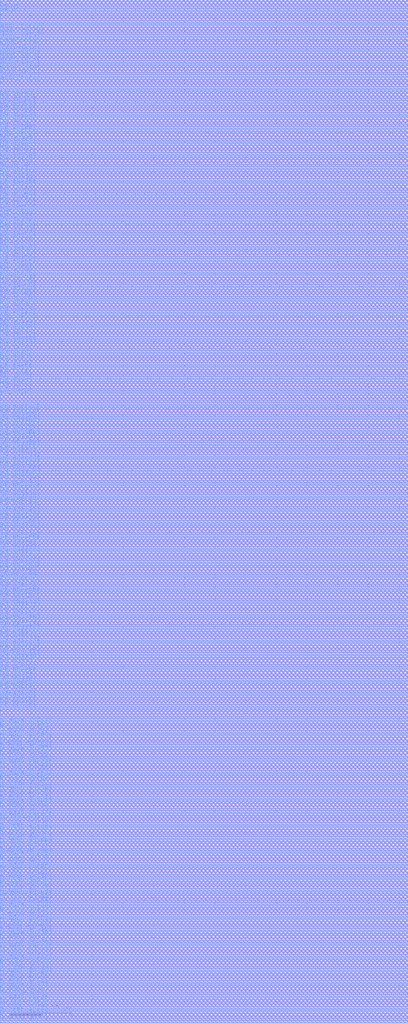
<source format=lef>
# Generated by FakeRAM 2.0
VERSION 5.7 ;
BUSBITCHARS "[]" ;
PROPERTYDEFINITIONS
  MACRO width INTEGER ;
  MACRO depth INTEGER ;
  MACRO banks INTEGER ;
END PROPERTYDEFINITIONS
MACRO fakeram7_sp_4096x64
  PROPERTY width 64 ;
  PROPERTY depth 4096 ;
  PROPERTY banks 8 ;
  FOREIGN fakeram7_sp_4096x64 0 0 ;
  SYMMETRY X Y ;
  SIZE 66.500 BY 166.600 ;
  CLASS BLOCK ;
  PIN w_mask_in[0]
    DIRECTION INPUT ;
    USE SIGNAL ;
    SHAPE ABUTMENT ;
    PORT
      LAYER M4 ;
      RECT 0.000 0.048 0.024 0.072 ;
    END
  END w_mask_in[0]
  PIN w_mask_in[1]
    DIRECTION INPUT ;
    USE SIGNAL ;
    SHAPE ABUTMENT ;
    PORT
      LAYER M4 ;
      RECT 0.000 0.816 0.024 0.840 ;
    END
  END w_mask_in[1]
  PIN w_mask_in[2]
    DIRECTION INPUT ;
    USE SIGNAL ;
    SHAPE ABUTMENT ;
    PORT
      LAYER M4 ;
      RECT 0.000 1.584 0.024 1.608 ;
    END
  END w_mask_in[2]
  PIN w_mask_in[3]
    DIRECTION INPUT ;
    USE SIGNAL ;
    SHAPE ABUTMENT ;
    PORT
      LAYER M4 ;
      RECT 0.000 2.352 0.024 2.376 ;
    END
  END w_mask_in[3]
  PIN w_mask_in[4]
    DIRECTION INPUT ;
    USE SIGNAL ;
    SHAPE ABUTMENT ;
    PORT
      LAYER M4 ;
      RECT 0.000 3.120 0.024 3.144 ;
    END
  END w_mask_in[4]
  PIN w_mask_in[5]
    DIRECTION INPUT ;
    USE SIGNAL ;
    SHAPE ABUTMENT ;
    PORT
      LAYER M4 ;
      RECT 0.000 3.888 0.024 3.912 ;
    END
  END w_mask_in[5]
  PIN w_mask_in[6]
    DIRECTION INPUT ;
    USE SIGNAL ;
    SHAPE ABUTMENT ;
    PORT
      LAYER M4 ;
      RECT 0.000 4.656 0.024 4.680 ;
    END
  END w_mask_in[6]
  PIN w_mask_in[7]
    DIRECTION INPUT ;
    USE SIGNAL ;
    SHAPE ABUTMENT ;
    PORT
      LAYER M4 ;
      RECT 0.000 5.424 0.024 5.448 ;
    END
  END w_mask_in[7]
  PIN w_mask_in[8]
    DIRECTION INPUT ;
    USE SIGNAL ;
    SHAPE ABUTMENT ;
    PORT
      LAYER M4 ;
      RECT 0.000 6.192 0.024 6.216 ;
    END
  END w_mask_in[8]
  PIN w_mask_in[9]
    DIRECTION INPUT ;
    USE SIGNAL ;
    SHAPE ABUTMENT ;
    PORT
      LAYER M4 ;
      RECT 0.000 6.960 0.024 6.984 ;
    END
  END w_mask_in[9]
  PIN w_mask_in[10]
    DIRECTION INPUT ;
    USE SIGNAL ;
    SHAPE ABUTMENT ;
    PORT
      LAYER M4 ;
      RECT 0.000 7.728 0.024 7.752 ;
    END
  END w_mask_in[10]
  PIN w_mask_in[11]
    DIRECTION INPUT ;
    USE SIGNAL ;
    SHAPE ABUTMENT ;
    PORT
      LAYER M4 ;
      RECT 0.000 8.496 0.024 8.520 ;
    END
  END w_mask_in[11]
  PIN w_mask_in[12]
    DIRECTION INPUT ;
    USE SIGNAL ;
    SHAPE ABUTMENT ;
    PORT
      LAYER M4 ;
      RECT 0.000 9.264 0.024 9.288 ;
    END
  END w_mask_in[12]
  PIN w_mask_in[13]
    DIRECTION INPUT ;
    USE SIGNAL ;
    SHAPE ABUTMENT ;
    PORT
      LAYER M4 ;
      RECT 0.000 10.032 0.024 10.056 ;
    END
  END w_mask_in[13]
  PIN w_mask_in[14]
    DIRECTION INPUT ;
    USE SIGNAL ;
    SHAPE ABUTMENT ;
    PORT
      LAYER M4 ;
      RECT 0.000 10.800 0.024 10.824 ;
    END
  END w_mask_in[14]
  PIN w_mask_in[15]
    DIRECTION INPUT ;
    USE SIGNAL ;
    SHAPE ABUTMENT ;
    PORT
      LAYER M4 ;
      RECT 0.000 11.568 0.024 11.592 ;
    END
  END w_mask_in[15]
  PIN w_mask_in[16]
    DIRECTION INPUT ;
    USE SIGNAL ;
    SHAPE ABUTMENT ;
    PORT
      LAYER M4 ;
      RECT 0.000 12.336 0.024 12.360 ;
    END
  END w_mask_in[16]
  PIN w_mask_in[17]
    DIRECTION INPUT ;
    USE SIGNAL ;
    SHAPE ABUTMENT ;
    PORT
      LAYER M4 ;
      RECT 0.000 13.104 0.024 13.128 ;
    END
  END w_mask_in[17]
  PIN w_mask_in[18]
    DIRECTION INPUT ;
    USE SIGNAL ;
    SHAPE ABUTMENT ;
    PORT
      LAYER M4 ;
      RECT 0.000 13.872 0.024 13.896 ;
    END
  END w_mask_in[18]
  PIN w_mask_in[19]
    DIRECTION INPUT ;
    USE SIGNAL ;
    SHAPE ABUTMENT ;
    PORT
      LAYER M4 ;
      RECT 0.000 14.640 0.024 14.664 ;
    END
  END w_mask_in[19]
  PIN w_mask_in[20]
    DIRECTION INPUT ;
    USE SIGNAL ;
    SHAPE ABUTMENT ;
    PORT
      LAYER M4 ;
      RECT 0.000 15.408 0.024 15.432 ;
    END
  END w_mask_in[20]
  PIN w_mask_in[21]
    DIRECTION INPUT ;
    USE SIGNAL ;
    SHAPE ABUTMENT ;
    PORT
      LAYER M4 ;
      RECT 0.000 16.176 0.024 16.200 ;
    END
  END w_mask_in[21]
  PIN w_mask_in[22]
    DIRECTION INPUT ;
    USE SIGNAL ;
    SHAPE ABUTMENT ;
    PORT
      LAYER M4 ;
      RECT 0.000 16.944 0.024 16.968 ;
    END
  END w_mask_in[22]
  PIN w_mask_in[23]
    DIRECTION INPUT ;
    USE SIGNAL ;
    SHAPE ABUTMENT ;
    PORT
      LAYER M4 ;
      RECT 0.000 17.712 0.024 17.736 ;
    END
  END w_mask_in[23]
  PIN w_mask_in[24]
    DIRECTION INPUT ;
    USE SIGNAL ;
    SHAPE ABUTMENT ;
    PORT
      LAYER M4 ;
      RECT 0.000 18.480 0.024 18.504 ;
    END
  END w_mask_in[24]
  PIN w_mask_in[25]
    DIRECTION INPUT ;
    USE SIGNAL ;
    SHAPE ABUTMENT ;
    PORT
      LAYER M4 ;
      RECT 0.000 19.248 0.024 19.272 ;
    END
  END w_mask_in[25]
  PIN w_mask_in[26]
    DIRECTION INPUT ;
    USE SIGNAL ;
    SHAPE ABUTMENT ;
    PORT
      LAYER M4 ;
      RECT 0.000 20.016 0.024 20.040 ;
    END
  END w_mask_in[26]
  PIN w_mask_in[27]
    DIRECTION INPUT ;
    USE SIGNAL ;
    SHAPE ABUTMENT ;
    PORT
      LAYER M4 ;
      RECT 0.000 20.784 0.024 20.808 ;
    END
  END w_mask_in[27]
  PIN w_mask_in[28]
    DIRECTION INPUT ;
    USE SIGNAL ;
    SHAPE ABUTMENT ;
    PORT
      LAYER M4 ;
      RECT 0.000 21.552 0.024 21.576 ;
    END
  END w_mask_in[28]
  PIN w_mask_in[29]
    DIRECTION INPUT ;
    USE SIGNAL ;
    SHAPE ABUTMENT ;
    PORT
      LAYER M4 ;
      RECT 0.000 22.320 0.024 22.344 ;
    END
  END w_mask_in[29]
  PIN w_mask_in[30]
    DIRECTION INPUT ;
    USE SIGNAL ;
    SHAPE ABUTMENT ;
    PORT
      LAYER M4 ;
      RECT 0.000 23.088 0.024 23.112 ;
    END
  END w_mask_in[30]
  PIN w_mask_in[31]
    DIRECTION INPUT ;
    USE SIGNAL ;
    SHAPE ABUTMENT ;
    PORT
      LAYER M4 ;
      RECT 0.000 23.856 0.024 23.880 ;
    END
  END w_mask_in[31]
  PIN w_mask_in[32]
    DIRECTION INPUT ;
    USE SIGNAL ;
    SHAPE ABUTMENT ;
    PORT
      LAYER M4 ;
      RECT 0.000 24.624 0.024 24.648 ;
    END
  END w_mask_in[32]
  PIN w_mask_in[33]
    DIRECTION INPUT ;
    USE SIGNAL ;
    SHAPE ABUTMENT ;
    PORT
      LAYER M4 ;
      RECT 0.000 25.392 0.024 25.416 ;
    END
  END w_mask_in[33]
  PIN w_mask_in[34]
    DIRECTION INPUT ;
    USE SIGNAL ;
    SHAPE ABUTMENT ;
    PORT
      LAYER M4 ;
      RECT 0.000 26.160 0.024 26.184 ;
    END
  END w_mask_in[34]
  PIN w_mask_in[35]
    DIRECTION INPUT ;
    USE SIGNAL ;
    SHAPE ABUTMENT ;
    PORT
      LAYER M4 ;
      RECT 0.000 26.928 0.024 26.952 ;
    END
  END w_mask_in[35]
  PIN w_mask_in[36]
    DIRECTION INPUT ;
    USE SIGNAL ;
    SHAPE ABUTMENT ;
    PORT
      LAYER M4 ;
      RECT 0.000 27.696 0.024 27.720 ;
    END
  END w_mask_in[36]
  PIN w_mask_in[37]
    DIRECTION INPUT ;
    USE SIGNAL ;
    SHAPE ABUTMENT ;
    PORT
      LAYER M4 ;
      RECT 0.000 28.464 0.024 28.488 ;
    END
  END w_mask_in[37]
  PIN w_mask_in[38]
    DIRECTION INPUT ;
    USE SIGNAL ;
    SHAPE ABUTMENT ;
    PORT
      LAYER M4 ;
      RECT 0.000 29.232 0.024 29.256 ;
    END
  END w_mask_in[38]
  PIN w_mask_in[39]
    DIRECTION INPUT ;
    USE SIGNAL ;
    SHAPE ABUTMENT ;
    PORT
      LAYER M4 ;
      RECT 0.000 30.000 0.024 30.024 ;
    END
  END w_mask_in[39]
  PIN w_mask_in[40]
    DIRECTION INPUT ;
    USE SIGNAL ;
    SHAPE ABUTMENT ;
    PORT
      LAYER M4 ;
      RECT 0.000 30.768 0.024 30.792 ;
    END
  END w_mask_in[40]
  PIN w_mask_in[41]
    DIRECTION INPUT ;
    USE SIGNAL ;
    SHAPE ABUTMENT ;
    PORT
      LAYER M4 ;
      RECT 0.000 31.536 0.024 31.560 ;
    END
  END w_mask_in[41]
  PIN w_mask_in[42]
    DIRECTION INPUT ;
    USE SIGNAL ;
    SHAPE ABUTMENT ;
    PORT
      LAYER M4 ;
      RECT 0.000 32.304 0.024 32.328 ;
    END
  END w_mask_in[42]
  PIN w_mask_in[43]
    DIRECTION INPUT ;
    USE SIGNAL ;
    SHAPE ABUTMENT ;
    PORT
      LAYER M4 ;
      RECT 0.000 33.072 0.024 33.096 ;
    END
  END w_mask_in[43]
  PIN w_mask_in[44]
    DIRECTION INPUT ;
    USE SIGNAL ;
    SHAPE ABUTMENT ;
    PORT
      LAYER M4 ;
      RECT 0.000 33.840 0.024 33.864 ;
    END
  END w_mask_in[44]
  PIN w_mask_in[45]
    DIRECTION INPUT ;
    USE SIGNAL ;
    SHAPE ABUTMENT ;
    PORT
      LAYER M4 ;
      RECT 0.000 34.608 0.024 34.632 ;
    END
  END w_mask_in[45]
  PIN w_mask_in[46]
    DIRECTION INPUT ;
    USE SIGNAL ;
    SHAPE ABUTMENT ;
    PORT
      LAYER M4 ;
      RECT 0.000 35.376 0.024 35.400 ;
    END
  END w_mask_in[46]
  PIN w_mask_in[47]
    DIRECTION INPUT ;
    USE SIGNAL ;
    SHAPE ABUTMENT ;
    PORT
      LAYER M4 ;
      RECT 0.000 36.144 0.024 36.168 ;
    END
  END w_mask_in[47]
  PIN w_mask_in[48]
    DIRECTION INPUT ;
    USE SIGNAL ;
    SHAPE ABUTMENT ;
    PORT
      LAYER M4 ;
      RECT 0.000 36.912 0.024 36.936 ;
    END
  END w_mask_in[48]
  PIN w_mask_in[49]
    DIRECTION INPUT ;
    USE SIGNAL ;
    SHAPE ABUTMENT ;
    PORT
      LAYER M4 ;
      RECT 0.000 37.680 0.024 37.704 ;
    END
  END w_mask_in[49]
  PIN w_mask_in[50]
    DIRECTION INPUT ;
    USE SIGNAL ;
    SHAPE ABUTMENT ;
    PORT
      LAYER M4 ;
      RECT 0.000 38.448 0.024 38.472 ;
    END
  END w_mask_in[50]
  PIN w_mask_in[51]
    DIRECTION INPUT ;
    USE SIGNAL ;
    SHAPE ABUTMENT ;
    PORT
      LAYER M4 ;
      RECT 0.000 39.216 0.024 39.240 ;
    END
  END w_mask_in[51]
  PIN w_mask_in[52]
    DIRECTION INPUT ;
    USE SIGNAL ;
    SHAPE ABUTMENT ;
    PORT
      LAYER M4 ;
      RECT 0.000 39.984 0.024 40.008 ;
    END
  END w_mask_in[52]
  PIN w_mask_in[53]
    DIRECTION INPUT ;
    USE SIGNAL ;
    SHAPE ABUTMENT ;
    PORT
      LAYER M4 ;
      RECT 0.000 40.752 0.024 40.776 ;
    END
  END w_mask_in[53]
  PIN w_mask_in[54]
    DIRECTION INPUT ;
    USE SIGNAL ;
    SHAPE ABUTMENT ;
    PORT
      LAYER M4 ;
      RECT 0.000 41.520 0.024 41.544 ;
    END
  END w_mask_in[54]
  PIN w_mask_in[55]
    DIRECTION INPUT ;
    USE SIGNAL ;
    SHAPE ABUTMENT ;
    PORT
      LAYER M4 ;
      RECT 0.000 42.288 0.024 42.312 ;
    END
  END w_mask_in[55]
  PIN w_mask_in[56]
    DIRECTION INPUT ;
    USE SIGNAL ;
    SHAPE ABUTMENT ;
    PORT
      LAYER M4 ;
      RECT 0.000 43.056 0.024 43.080 ;
    END
  END w_mask_in[56]
  PIN w_mask_in[57]
    DIRECTION INPUT ;
    USE SIGNAL ;
    SHAPE ABUTMENT ;
    PORT
      LAYER M4 ;
      RECT 0.000 43.824 0.024 43.848 ;
    END
  END w_mask_in[57]
  PIN w_mask_in[58]
    DIRECTION INPUT ;
    USE SIGNAL ;
    SHAPE ABUTMENT ;
    PORT
      LAYER M4 ;
      RECT 0.000 44.592 0.024 44.616 ;
    END
  END w_mask_in[58]
  PIN w_mask_in[59]
    DIRECTION INPUT ;
    USE SIGNAL ;
    SHAPE ABUTMENT ;
    PORT
      LAYER M4 ;
      RECT 0.000 45.360 0.024 45.384 ;
    END
  END w_mask_in[59]
  PIN w_mask_in[60]
    DIRECTION INPUT ;
    USE SIGNAL ;
    SHAPE ABUTMENT ;
    PORT
      LAYER M4 ;
      RECT 0.000 46.128 0.024 46.152 ;
    END
  END w_mask_in[60]
  PIN w_mask_in[61]
    DIRECTION INPUT ;
    USE SIGNAL ;
    SHAPE ABUTMENT ;
    PORT
      LAYER M4 ;
      RECT 0.000 46.896 0.024 46.920 ;
    END
  END w_mask_in[61]
  PIN w_mask_in[62]
    DIRECTION INPUT ;
    USE SIGNAL ;
    SHAPE ABUTMENT ;
    PORT
      LAYER M4 ;
      RECT 0.000 47.664 0.024 47.688 ;
    END
  END w_mask_in[62]
  PIN w_mask_in[63]
    DIRECTION INPUT ;
    USE SIGNAL ;
    SHAPE ABUTMENT ;
    PORT
      LAYER M4 ;
      RECT 0.000 48.432 0.024 48.456 ;
    END
  END w_mask_in[63]
  PIN rd_out[0]
    DIRECTION OUTPUT ;
    USE SIGNAL ;
    SHAPE ABUTMENT ;
    PORT
      LAYER M4 ;
      RECT 0.000 51.072 0.024 51.096 ;
    END
  END rd_out[0]
  PIN rd_out[1]
    DIRECTION OUTPUT ;
    USE SIGNAL ;
    SHAPE ABUTMENT ;
    PORT
      LAYER M4 ;
      RECT 0.000 51.840 0.024 51.864 ;
    END
  END rd_out[1]
  PIN rd_out[2]
    DIRECTION OUTPUT ;
    USE SIGNAL ;
    SHAPE ABUTMENT ;
    PORT
      LAYER M4 ;
      RECT 0.000 52.608 0.024 52.632 ;
    END
  END rd_out[2]
  PIN rd_out[3]
    DIRECTION OUTPUT ;
    USE SIGNAL ;
    SHAPE ABUTMENT ;
    PORT
      LAYER M4 ;
      RECT 0.000 53.376 0.024 53.400 ;
    END
  END rd_out[3]
  PIN rd_out[4]
    DIRECTION OUTPUT ;
    USE SIGNAL ;
    SHAPE ABUTMENT ;
    PORT
      LAYER M4 ;
      RECT 0.000 54.144 0.024 54.168 ;
    END
  END rd_out[4]
  PIN rd_out[5]
    DIRECTION OUTPUT ;
    USE SIGNAL ;
    SHAPE ABUTMENT ;
    PORT
      LAYER M4 ;
      RECT 0.000 54.912 0.024 54.936 ;
    END
  END rd_out[5]
  PIN rd_out[6]
    DIRECTION OUTPUT ;
    USE SIGNAL ;
    SHAPE ABUTMENT ;
    PORT
      LAYER M4 ;
      RECT 0.000 55.680 0.024 55.704 ;
    END
  END rd_out[6]
  PIN rd_out[7]
    DIRECTION OUTPUT ;
    USE SIGNAL ;
    SHAPE ABUTMENT ;
    PORT
      LAYER M4 ;
      RECT 0.000 56.448 0.024 56.472 ;
    END
  END rd_out[7]
  PIN rd_out[8]
    DIRECTION OUTPUT ;
    USE SIGNAL ;
    SHAPE ABUTMENT ;
    PORT
      LAYER M4 ;
      RECT 0.000 57.216 0.024 57.240 ;
    END
  END rd_out[8]
  PIN rd_out[9]
    DIRECTION OUTPUT ;
    USE SIGNAL ;
    SHAPE ABUTMENT ;
    PORT
      LAYER M4 ;
      RECT 0.000 57.984 0.024 58.008 ;
    END
  END rd_out[9]
  PIN rd_out[10]
    DIRECTION OUTPUT ;
    USE SIGNAL ;
    SHAPE ABUTMENT ;
    PORT
      LAYER M4 ;
      RECT 0.000 58.752 0.024 58.776 ;
    END
  END rd_out[10]
  PIN rd_out[11]
    DIRECTION OUTPUT ;
    USE SIGNAL ;
    SHAPE ABUTMENT ;
    PORT
      LAYER M4 ;
      RECT 0.000 59.520 0.024 59.544 ;
    END
  END rd_out[11]
  PIN rd_out[12]
    DIRECTION OUTPUT ;
    USE SIGNAL ;
    SHAPE ABUTMENT ;
    PORT
      LAYER M4 ;
      RECT 0.000 60.288 0.024 60.312 ;
    END
  END rd_out[12]
  PIN rd_out[13]
    DIRECTION OUTPUT ;
    USE SIGNAL ;
    SHAPE ABUTMENT ;
    PORT
      LAYER M4 ;
      RECT 0.000 61.056 0.024 61.080 ;
    END
  END rd_out[13]
  PIN rd_out[14]
    DIRECTION OUTPUT ;
    USE SIGNAL ;
    SHAPE ABUTMENT ;
    PORT
      LAYER M4 ;
      RECT 0.000 61.824 0.024 61.848 ;
    END
  END rd_out[14]
  PIN rd_out[15]
    DIRECTION OUTPUT ;
    USE SIGNAL ;
    SHAPE ABUTMENT ;
    PORT
      LAYER M4 ;
      RECT 0.000 62.592 0.024 62.616 ;
    END
  END rd_out[15]
  PIN rd_out[16]
    DIRECTION OUTPUT ;
    USE SIGNAL ;
    SHAPE ABUTMENT ;
    PORT
      LAYER M4 ;
      RECT 0.000 63.360 0.024 63.384 ;
    END
  END rd_out[16]
  PIN rd_out[17]
    DIRECTION OUTPUT ;
    USE SIGNAL ;
    SHAPE ABUTMENT ;
    PORT
      LAYER M4 ;
      RECT 0.000 64.128 0.024 64.152 ;
    END
  END rd_out[17]
  PIN rd_out[18]
    DIRECTION OUTPUT ;
    USE SIGNAL ;
    SHAPE ABUTMENT ;
    PORT
      LAYER M4 ;
      RECT 0.000 64.896 0.024 64.920 ;
    END
  END rd_out[18]
  PIN rd_out[19]
    DIRECTION OUTPUT ;
    USE SIGNAL ;
    SHAPE ABUTMENT ;
    PORT
      LAYER M4 ;
      RECT 0.000 65.664 0.024 65.688 ;
    END
  END rd_out[19]
  PIN rd_out[20]
    DIRECTION OUTPUT ;
    USE SIGNAL ;
    SHAPE ABUTMENT ;
    PORT
      LAYER M4 ;
      RECT 0.000 66.432 0.024 66.456 ;
    END
  END rd_out[20]
  PIN rd_out[21]
    DIRECTION OUTPUT ;
    USE SIGNAL ;
    SHAPE ABUTMENT ;
    PORT
      LAYER M4 ;
      RECT 0.000 67.200 0.024 67.224 ;
    END
  END rd_out[21]
  PIN rd_out[22]
    DIRECTION OUTPUT ;
    USE SIGNAL ;
    SHAPE ABUTMENT ;
    PORT
      LAYER M4 ;
      RECT 0.000 67.968 0.024 67.992 ;
    END
  END rd_out[22]
  PIN rd_out[23]
    DIRECTION OUTPUT ;
    USE SIGNAL ;
    SHAPE ABUTMENT ;
    PORT
      LAYER M4 ;
      RECT 0.000 68.736 0.024 68.760 ;
    END
  END rd_out[23]
  PIN rd_out[24]
    DIRECTION OUTPUT ;
    USE SIGNAL ;
    SHAPE ABUTMENT ;
    PORT
      LAYER M4 ;
      RECT 0.000 69.504 0.024 69.528 ;
    END
  END rd_out[24]
  PIN rd_out[25]
    DIRECTION OUTPUT ;
    USE SIGNAL ;
    SHAPE ABUTMENT ;
    PORT
      LAYER M4 ;
      RECT 0.000 70.272 0.024 70.296 ;
    END
  END rd_out[25]
  PIN rd_out[26]
    DIRECTION OUTPUT ;
    USE SIGNAL ;
    SHAPE ABUTMENT ;
    PORT
      LAYER M4 ;
      RECT 0.000 71.040 0.024 71.064 ;
    END
  END rd_out[26]
  PIN rd_out[27]
    DIRECTION OUTPUT ;
    USE SIGNAL ;
    SHAPE ABUTMENT ;
    PORT
      LAYER M4 ;
      RECT 0.000 71.808 0.024 71.832 ;
    END
  END rd_out[27]
  PIN rd_out[28]
    DIRECTION OUTPUT ;
    USE SIGNAL ;
    SHAPE ABUTMENT ;
    PORT
      LAYER M4 ;
      RECT 0.000 72.576 0.024 72.600 ;
    END
  END rd_out[28]
  PIN rd_out[29]
    DIRECTION OUTPUT ;
    USE SIGNAL ;
    SHAPE ABUTMENT ;
    PORT
      LAYER M4 ;
      RECT 0.000 73.344 0.024 73.368 ;
    END
  END rd_out[29]
  PIN rd_out[30]
    DIRECTION OUTPUT ;
    USE SIGNAL ;
    SHAPE ABUTMENT ;
    PORT
      LAYER M4 ;
      RECT 0.000 74.112 0.024 74.136 ;
    END
  END rd_out[30]
  PIN rd_out[31]
    DIRECTION OUTPUT ;
    USE SIGNAL ;
    SHAPE ABUTMENT ;
    PORT
      LAYER M4 ;
      RECT 0.000 74.880 0.024 74.904 ;
    END
  END rd_out[31]
  PIN rd_out[32]
    DIRECTION OUTPUT ;
    USE SIGNAL ;
    SHAPE ABUTMENT ;
    PORT
      LAYER M4 ;
      RECT 0.000 75.648 0.024 75.672 ;
    END
  END rd_out[32]
  PIN rd_out[33]
    DIRECTION OUTPUT ;
    USE SIGNAL ;
    SHAPE ABUTMENT ;
    PORT
      LAYER M4 ;
      RECT 0.000 76.416 0.024 76.440 ;
    END
  END rd_out[33]
  PIN rd_out[34]
    DIRECTION OUTPUT ;
    USE SIGNAL ;
    SHAPE ABUTMENT ;
    PORT
      LAYER M4 ;
      RECT 0.000 77.184 0.024 77.208 ;
    END
  END rd_out[34]
  PIN rd_out[35]
    DIRECTION OUTPUT ;
    USE SIGNAL ;
    SHAPE ABUTMENT ;
    PORT
      LAYER M4 ;
      RECT 0.000 77.952 0.024 77.976 ;
    END
  END rd_out[35]
  PIN rd_out[36]
    DIRECTION OUTPUT ;
    USE SIGNAL ;
    SHAPE ABUTMENT ;
    PORT
      LAYER M4 ;
      RECT 0.000 78.720 0.024 78.744 ;
    END
  END rd_out[36]
  PIN rd_out[37]
    DIRECTION OUTPUT ;
    USE SIGNAL ;
    SHAPE ABUTMENT ;
    PORT
      LAYER M4 ;
      RECT 0.000 79.488 0.024 79.512 ;
    END
  END rd_out[37]
  PIN rd_out[38]
    DIRECTION OUTPUT ;
    USE SIGNAL ;
    SHAPE ABUTMENT ;
    PORT
      LAYER M4 ;
      RECT 0.000 80.256 0.024 80.280 ;
    END
  END rd_out[38]
  PIN rd_out[39]
    DIRECTION OUTPUT ;
    USE SIGNAL ;
    SHAPE ABUTMENT ;
    PORT
      LAYER M4 ;
      RECT 0.000 81.024 0.024 81.048 ;
    END
  END rd_out[39]
  PIN rd_out[40]
    DIRECTION OUTPUT ;
    USE SIGNAL ;
    SHAPE ABUTMENT ;
    PORT
      LAYER M4 ;
      RECT 0.000 81.792 0.024 81.816 ;
    END
  END rd_out[40]
  PIN rd_out[41]
    DIRECTION OUTPUT ;
    USE SIGNAL ;
    SHAPE ABUTMENT ;
    PORT
      LAYER M4 ;
      RECT 0.000 82.560 0.024 82.584 ;
    END
  END rd_out[41]
  PIN rd_out[42]
    DIRECTION OUTPUT ;
    USE SIGNAL ;
    SHAPE ABUTMENT ;
    PORT
      LAYER M4 ;
      RECT 0.000 83.328 0.024 83.352 ;
    END
  END rd_out[42]
  PIN rd_out[43]
    DIRECTION OUTPUT ;
    USE SIGNAL ;
    SHAPE ABUTMENT ;
    PORT
      LAYER M4 ;
      RECT 0.000 84.096 0.024 84.120 ;
    END
  END rd_out[43]
  PIN rd_out[44]
    DIRECTION OUTPUT ;
    USE SIGNAL ;
    SHAPE ABUTMENT ;
    PORT
      LAYER M4 ;
      RECT 0.000 84.864 0.024 84.888 ;
    END
  END rd_out[44]
  PIN rd_out[45]
    DIRECTION OUTPUT ;
    USE SIGNAL ;
    SHAPE ABUTMENT ;
    PORT
      LAYER M4 ;
      RECT 0.000 85.632 0.024 85.656 ;
    END
  END rd_out[45]
  PIN rd_out[46]
    DIRECTION OUTPUT ;
    USE SIGNAL ;
    SHAPE ABUTMENT ;
    PORT
      LAYER M4 ;
      RECT 0.000 86.400 0.024 86.424 ;
    END
  END rd_out[46]
  PIN rd_out[47]
    DIRECTION OUTPUT ;
    USE SIGNAL ;
    SHAPE ABUTMENT ;
    PORT
      LAYER M4 ;
      RECT 0.000 87.168 0.024 87.192 ;
    END
  END rd_out[47]
  PIN rd_out[48]
    DIRECTION OUTPUT ;
    USE SIGNAL ;
    SHAPE ABUTMENT ;
    PORT
      LAYER M4 ;
      RECT 0.000 87.936 0.024 87.960 ;
    END
  END rd_out[48]
  PIN rd_out[49]
    DIRECTION OUTPUT ;
    USE SIGNAL ;
    SHAPE ABUTMENT ;
    PORT
      LAYER M4 ;
      RECT 0.000 88.704 0.024 88.728 ;
    END
  END rd_out[49]
  PIN rd_out[50]
    DIRECTION OUTPUT ;
    USE SIGNAL ;
    SHAPE ABUTMENT ;
    PORT
      LAYER M4 ;
      RECT 0.000 89.472 0.024 89.496 ;
    END
  END rd_out[50]
  PIN rd_out[51]
    DIRECTION OUTPUT ;
    USE SIGNAL ;
    SHAPE ABUTMENT ;
    PORT
      LAYER M4 ;
      RECT 0.000 90.240 0.024 90.264 ;
    END
  END rd_out[51]
  PIN rd_out[52]
    DIRECTION OUTPUT ;
    USE SIGNAL ;
    SHAPE ABUTMENT ;
    PORT
      LAYER M4 ;
      RECT 0.000 91.008 0.024 91.032 ;
    END
  END rd_out[52]
  PIN rd_out[53]
    DIRECTION OUTPUT ;
    USE SIGNAL ;
    SHAPE ABUTMENT ;
    PORT
      LAYER M4 ;
      RECT 0.000 91.776 0.024 91.800 ;
    END
  END rd_out[53]
  PIN rd_out[54]
    DIRECTION OUTPUT ;
    USE SIGNAL ;
    SHAPE ABUTMENT ;
    PORT
      LAYER M4 ;
      RECT 0.000 92.544 0.024 92.568 ;
    END
  END rd_out[54]
  PIN rd_out[55]
    DIRECTION OUTPUT ;
    USE SIGNAL ;
    SHAPE ABUTMENT ;
    PORT
      LAYER M4 ;
      RECT 0.000 93.312 0.024 93.336 ;
    END
  END rd_out[55]
  PIN rd_out[56]
    DIRECTION OUTPUT ;
    USE SIGNAL ;
    SHAPE ABUTMENT ;
    PORT
      LAYER M4 ;
      RECT 0.000 94.080 0.024 94.104 ;
    END
  END rd_out[56]
  PIN rd_out[57]
    DIRECTION OUTPUT ;
    USE SIGNAL ;
    SHAPE ABUTMENT ;
    PORT
      LAYER M4 ;
      RECT 0.000 94.848 0.024 94.872 ;
    END
  END rd_out[57]
  PIN rd_out[58]
    DIRECTION OUTPUT ;
    USE SIGNAL ;
    SHAPE ABUTMENT ;
    PORT
      LAYER M4 ;
      RECT 0.000 95.616 0.024 95.640 ;
    END
  END rd_out[58]
  PIN rd_out[59]
    DIRECTION OUTPUT ;
    USE SIGNAL ;
    SHAPE ABUTMENT ;
    PORT
      LAYER M4 ;
      RECT 0.000 96.384 0.024 96.408 ;
    END
  END rd_out[59]
  PIN rd_out[60]
    DIRECTION OUTPUT ;
    USE SIGNAL ;
    SHAPE ABUTMENT ;
    PORT
      LAYER M4 ;
      RECT 0.000 97.152 0.024 97.176 ;
    END
  END rd_out[60]
  PIN rd_out[61]
    DIRECTION OUTPUT ;
    USE SIGNAL ;
    SHAPE ABUTMENT ;
    PORT
      LAYER M4 ;
      RECT 0.000 97.920 0.024 97.944 ;
    END
  END rd_out[61]
  PIN rd_out[62]
    DIRECTION OUTPUT ;
    USE SIGNAL ;
    SHAPE ABUTMENT ;
    PORT
      LAYER M4 ;
      RECT 0.000 98.688 0.024 98.712 ;
    END
  END rd_out[62]
  PIN rd_out[63]
    DIRECTION OUTPUT ;
    USE SIGNAL ;
    SHAPE ABUTMENT ;
    PORT
      LAYER M4 ;
      RECT 0.000 99.456 0.024 99.480 ;
    END
  END rd_out[63]
  PIN wd_in[0]
    DIRECTION INPUT ;
    USE SIGNAL ;
    SHAPE ABUTMENT ;
    PORT
      LAYER M4 ;
      RECT 0.000 102.096 0.024 102.120 ;
    END
  END wd_in[0]
  PIN wd_in[1]
    DIRECTION INPUT ;
    USE SIGNAL ;
    SHAPE ABUTMENT ;
    PORT
      LAYER M4 ;
      RECT 0.000 102.864 0.024 102.888 ;
    END
  END wd_in[1]
  PIN wd_in[2]
    DIRECTION INPUT ;
    USE SIGNAL ;
    SHAPE ABUTMENT ;
    PORT
      LAYER M4 ;
      RECT 0.000 103.632 0.024 103.656 ;
    END
  END wd_in[2]
  PIN wd_in[3]
    DIRECTION INPUT ;
    USE SIGNAL ;
    SHAPE ABUTMENT ;
    PORT
      LAYER M4 ;
      RECT 0.000 104.400 0.024 104.424 ;
    END
  END wd_in[3]
  PIN wd_in[4]
    DIRECTION INPUT ;
    USE SIGNAL ;
    SHAPE ABUTMENT ;
    PORT
      LAYER M4 ;
      RECT 0.000 105.168 0.024 105.192 ;
    END
  END wd_in[4]
  PIN wd_in[5]
    DIRECTION INPUT ;
    USE SIGNAL ;
    SHAPE ABUTMENT ;
    PORT
      LAYER M4 ;
      RECT 0.000 105.936 0.024 105.960 ;
    END
  END wd_in[5]
  PIN wd_in[6]
    DIRECTION INPUT ;
    USE SIGNAL ;
    SHAPE ABUTMENT ;
    PORT
      LAYER M4 ;
      RECT 0.000 106.704 0.024 106.728 ;
    END
  END wd_in[6]
  PIN wd_in[7]
    DIRECTION INPUT ;
    USE SIGNAL ;
    SHAPE ABUTMENT ;
    PORT
      LAYER M4 ;
      RECT 0.000 107.472 0.024 107.496 ;
    END
  END wd_in[7]
  PIN wd_in[8]
    DIRECTION INPUT ;
    USE SIGNAL ;
    SHAPE ABUTMENT ;
    PORT
      LAYER M4 ;
      RECT 0.000 108.240 0.024 108.264 ;
    END
  END wd_in[8]
  PIN wd_in[9]
    DIRECTION INPUT ;
    USE SIGNAL ;
    SHAPE ABUTMENT ;
    PORT
      LAYER M4 ;
      RECT 0.000 109.008 0.024 109.032 ;
    END
  END wd_in[9]
  PIN wd_in[10]
    DIRECTION INPUT ;
    USE SIGNAL ;
    SHAPE ABUTMENT ;
    PORT
      LAYER M4 ;
      RECT 0.000 109.776 0.024 109.800 ;
    END
  END wd_in[10]
  PIN wd_in[11]
    DIRECTION INPUT ;
    USE SIGNAL ;
    SHAPE ABUTMENT ;
    PORT
      LAYER M4 ;
      RECT 0.000 110.544 0.024 110.568 ;
    END
  END wd_in[11]
  PIN wd_in[12]
    DIRECTION INPUT ;
    USE SIGNAL ;
    SHAPE ABUTMENT ;
    PORT
      LAYER M4 ;
      RECT 0.000 111.312 0.024 111.336 ;
    END
  END wd_in[12]
  PIN wd_in[13]
    DIRECTION INPUT ;
    USE SIGNAL ;
    SHAPE ABUTMENT ;
    PORT
      LAYER M4 ;
      RECT 0.000 112.080 0.024 112.104 ;
    END
  END wd_in[13]
  PIN wd_in[14]
    DIRECTION INPUT ;
    USE SIGNAL ;
    SHAPE ABUTMENT ;
    PORT
      LAYER M4 ;
      RECT 0.000 112.848 0.024 112.872 ;
    END
  END wd_in[14]
  PIN wd_in[15]
    DIRECTION INPUT ;
    USE SIGNAL ;
    SHAPE ABUTMENT ;
    PORT
      LAYER M4 ;
      RECT 0.000 113.616 0.024 113.640 ;
    END
  END wd_in[15]
  PIN wd_in[16]
    DIRECTION INPUT ;
    USE SIGNAL ;
    SHAPE ABUTMENT ;
    PORT
      LAYER M4 ;
      RECT 0.000 114.384 0.024 114.408 ;
    END
  END wd_in[16]
  PIN wd_in[17]
    DIRECTION INPUT ;
    USE SIGNAL ;
    SHAPE ABUTMENT ;
    PORT
      LAYER M4 ;
      RECT 0.000 115.152 0.024 115.176 ;
    END
  END wd_in[17]
  PIN wd_in[18]
    DIRECTION INPUT ;
    USE SIGNAL ;
    SHAPE ABUTMENT ;
    PORT
      LAYER M4 ;
      RECT 0.000 115.920 0.024 115.944 ;
    END
  END wd_in[18]
  PIN wd_in[19]
    DIRECTION INPUT ;
    USE SIGNAL ;
    SHAPE ABUTMENT ;
    PORT
      LAYER M4 ;
      RECT 0.000 116.688 0.024 116.712 ;
    END
  END wd_in[19]
  PIN wd_in[20]
    DIRECTION INPUT ;
    USE SIGNAL ;
    SHAPE ABUTMENT ;
    PORT
      LAYER M4 ;
      RECT 0.000 117.456 0.024 117.480 ;
    END
  END wd_in[20]
  PIN wd_in[21]
    DIRECTION INPUT ;
    USE SIGNAL ;
    SHAPE ABUTMENT ;
    PORT
      LAYER M4 ;
      RECT 0.000 118.224 0.024 118.248 ;
    END
  END wd_in[21]
  PIN wd_in[22]
    DIRECTION INPUT ;
    USE SIGNAL ;
    SHAPE ABUTMENT ;
    PORT
      LAYER M4 ;
      RECT 0.000 118.992 0.024 119.016 ;
    END
  END wd_in[22]
  PIN wd_in[23]
    DIRECTION INPUT ;
    USE SIGNAL ;
    SHAPE ABUTMENT ;
    PORT
      LAYER M4 ;
      RECT 0.000 119.760 0.024 119.784 ;
    END
  END wd_in[23]
  PIN wd_in[24]
    DIRECTION INPUT ;
    USE SIGNAL ;
    SHAPE ABUTMENT ;
    PORT
      LAYER M4 ;
      RECT 0.000 120.528 0.024 120.552 ;
    END
  END wd_in[24]
  PIN wd_in[25]
    DIRECTION INPUT ;
    USE SIGNAL ;
    SHAPE ABUTMENT ;
    PORT
      LAYER M4 ;
      RECT 0.000 121.296 0.024 121.320 ;
    END
  END wd_in[25]
  PIN wd_in[26]
    DIRECTION INPUT ;
    USE SIGNAL ;
    SHAPE ABUTMENT ;
    PORT
      LAYER M4 ;
      RECT 0.000 122.064 0.024 122.088 ;
    END
  END wd_in[26]
  PIN wd_in[27]
    DIRECTION INPUT ;
    USE SIGNAL ;
    SHAPE ABUTMENT ;
    PORT
      LAYER M4 ;
      RECT 0.000 122.832 0.024 122.856 ;
    END
  END wd_in[27]
  PIN wd_in[28]
    DIRECTION INPUT ;
    USE SIGNAL ;
    SHAPE ABUTMENT ;
    PORT
      LAYER M4 ;
      RECT 0.000 123.600 0.024 123.624 ;
    END
  END wd_in[28]
  PIN wd_in[29]
    DIRECTION INPUT ;
    USE SIGNAL ;
    SHAPE ABUTMENT ;
    PORT
      LAYER M4 ;
      RECT 0.000 124.368 0.024 124.392 ;
    END
  END wd_in[29]
  PIN wd_in[30]
    DIRECTION INPUT ;
    USE SIGNAL ;
    SHAPE ABUTMENT ;
    PORT
      LAYER M4 ;
      RECT 0.000 125.136 0.024 125.160 ;
    END
  END wd_in[30]
  PIN wd_in[31]
    DIRECTION INPUT ;
    USE SIGNAL ;
    SHAPE ABUTMENT ;
    PORT
      LAYER M4 ;
      RECT 0.000 125.904 0.024 125.928 ;
    END
  END wd_in[31]
  PIN wd_in[32]
    DIRECTION INPUT ;
    USE SIGNAL ;
    SHAPE ABUTMENT ;
    PORT
      LAYER M4 ;
      RECT 0.000 126.672 0.024 126.696 ;
    END
  END wd_in[32]
  PIN wd_in[33]
    DIRECTION INPUT ;
    USE SIGNAL ;
    SHAPE ABUTMENT ;
    PORT
      LAYER M4 ;
      RECT 0.000 127.440 0.024 127.464 ;
    END
  END wd_in[33]
  PIN wd_in[34]
    DIRECTION INPUT ;
    USE SIGNAL ;
    SHAPE ABUTMENT ;
    PORT
      LAYER M4 ;
      RECT 0.000 128.208 0.024 128.232 ;
    END
  END wd_in[34]
  PIN wd_in[35]
    DIRECTION INPUT ;
    USE SIGNAL ;
    SHAPE ABUTMENT ;
    PORT
      LAYER M4 ;
      RECT 0.000 128.976 0.024 129.000 ;
    END
  END wd_in[35]
  PIN wd_in[36]
    DIRECTION INPUT ;
    USE SIGNAL ;
    SHAPE ABUTMENT ;
    PORT
      LAYER M4 ;
      RECT 0.000 129.744 0.024 129.768 ;
    END
  END wd_in[36]
  PIN wd_in[37]
    DIRECTION INPUT ;
    USE SIGNAL ;
    SHAPE ABUTMENT ;
    PORT
      LAYER M4 ;
      RECT 0.000 130.512 0.024 130.536 ;
    END
  END wd_in[37]
  PIN wd_in[38]
    DIRECTION INPUT ;
    USE SIGNAL ;
    SHAPE ABUTMENT ;
    PORT
      LAYER M4 ;
      RECT 0.000 131.280 0.024 131.304 ;
    END
  END wd_in[38]
  PIN wd_in[39]
    DIRECTION INPUT ;
    USE SIGNAL ;
    SHAPE ABUTMENT ;
    PORT
      LAYER M4 ;
      RECT 0.000 132.048 0.024 132.072 ;
    END
  END wd_in[39]
  PIN wd_in[40]
    DIRECTION INPUT ;
    USE SIGNAL ;
    SHAPE ABUTMENT ;
    PORT
      LAYER M4 ;
      RECT 0.000 132.816 0.024 132.840 ;
    END
  END wd_in[40]
  PIN wd_in[41]
    DIRECTION INPUT ;
    USE SIGNAL ;
    SHAPE ABUTMENT ;
    PORT
      LAYER M4 ;
      RECT 0.000 133.584 0.024 133.608 ;
    END
  END wd_in[41]
  PIN wd_in[42]
    DIRECTION INPUT ;
    USE SIGNAL ;
    SHAPE ABUTMENT ;
    PORT
      LAYER M4 ;
      RECT 0.000 134.352 0.024 134.376 ;
    END
  END wd_in[42]
  PIN wd_in[43]
    DIRECTION INPUT ;
    USE SIGNAL ;
    SHAPE ABUTMENT ;
    PORT
      LAYER M4 ;
      RECT 0.000 135.120 0.024 135.144 ;
    END
  END wd_in[43]
  PIN wd_in[44]
    DIRECTION INPUT ;
    USE SIGNAL ;
    SHAPE ABUTMENT ;
    PORT
      LAYER M4 ;
      RECT 0.000 135.888 0.024 135.912 ;
    END
  END wd_in[44]
  PIN wd_in[45]
    DIRECTION INPUT ;
    USE SIGNAL ;
    SHAPE ABUTMENT ;
    PORT
      LAYER M4 ;
      RECT 0.000 136.656 0.024 136.680 ;
    END
  END wd_in[45]
  PIN wd_in[46]
    DIRECTION INPUT ;
    USE SIGNAL ;
    SHAPE ABUTMENT ;
    PORT
      LAYER M4 ;
      RECT 0.000 137.424 0.024 137.448 ;
    END
  END wd_in[46]
  PIN wd_in[47]
    DIRECTION INPUT ;
    USE SIGNAL ;
    SHAPE ABUTMENT ;
    PORT
      LAYER M4 ;
      RECT 0.000 138.192 0.024 138.216 ;
    END
  END wd_in[47]
  PIN wd_in[48]
    DIRECTION INPUT ;
    USE SIGNAL ;
    SHAPE ABUTMENT ;
    PORT
      LAYER M4 ;
      RECT 0.000 138.960 0.024 138.984 ;
    END
  END wd_in[48]
  PIN wd_in[49]
    DIRECTION INPUT ;
    USE SIGNAL ;
    SHAPE ABUTMENT ;
    PORT
      LAYER M4 ;
      RECT 0.000 139.728 0.024 139.752 ;
    END
  END wd_in[49]
  PIN wd_in[50]
    DIRECTION INPUT ;
    USE SIGNAL ;
    SHAPE ABUTMENT ;
    PORT
      LAYER M4 ;
      RECT 0.000 140.496 0.024 140.520 ;
    END
  END wd_in[50]
  PIN wd_in[51]
    DIRECTION INPUT ;
    USE SIGNAL ;
    SHAPE ABUTMENT ;
    PORT
      LAYER M4 ;
      RECT 0.000 141.264 0.024 141.288 ;
    END
  END wd_in[51]
  PIN wd_in[52]
    DIRECTION INPUT ;
    USE SIGNAL ;
    SHAPE ABUTMENT ;
    PORT
      LAYER M4 ;
      RECT 0.000 142.032 0.024 142.056 ;
    END
  END wd_in[52]
  PIN wd_in[53]
    DIRECTION INPUT ;
    USE SIGNAL ;
    SHAPE ABUTMENT ;
    PORT
      LAYER M4 ;
      RECT 0.000 142.800 0.024 142.824 ;
    END
  END wd_in[53]
  PIN wd_in[54]
    DIRECTION INPUT ;
    USE SIGNAL ;
    SHAPE ABUTMENT ;
    PORT
      LAYER M4 ;
      RECT 0.000 143.568 0.024 143.592 ;
    END
  END wd_in[54]
  PIN wd_in[55]
    DIRECTION INPUT ;
    USE SIGNAL ;
    SHAPE ABUTMENT ;
    PORT
      LAYER M4 ;
      RECT 0.000 144.336 0.024 144.360 ;
    END
  END wd_in[55]
  PIN wd_in[56]
    DIRECTION INPUT ;
    USE SIGNAL ;
    SHAPE ABUTMENT ;
    PORT
      LAYER M4 ;
      RECT 0.000 145.104 0.024 145.128 ;
    END
  END wd_in[56]
  PIN wd_in[57]
    DIRECTION INPUT ;
    USE SIGNAL ;
    SHAPE ABUTMENT ;
    PORT
      LAYER M4 ;
      RECT 0.000 145.872 0.024 145.896 ;
    END
  END wd_in[57]
  PIN wd_in[58]
    DIRECTION INPUT ;
    USE SIGNAL ;
    SHAPE ABUTMENT ;
    PORT
      LAYER M4 ;
      RECT 0.000 146.640 0.024 146.664 ;
    END
  END wd_in[58]
  PIN wd_in[59]
    DIRECTION INPUT ;
    USE SIGNAL ;
    SHAPE ABUTMENT ;
    PORT
      LAYER M4 ;
      RECT 0.000 147.408 0.024 147.432 ;
    END
  END wd_in[59]
  PIN wd_in[60]
    DIRECTION INPUT ;
    USE SIGNAL ;
    SHAPE ABUTMENT ;
    PORT
      LAYER M4 ;
      RECT 0.000 148.176 0.024 148.200 ;
    END
  END wd_in[60]
  PIN wd_in[61]
    DIRECTION INPUT ;
    USE SIGNAL ;
    SHAPE ABUTMENT ;
    PORT
      LAYER M4 ;
      RECT 0.000 148.944 0.024 148.968 ;
    END
  END wd_in[61]
  PIN wd_in[62]
    DIRECTION INPUT ;
    USE SIGNAL ;
    SHAPE ABUTMENT ;
    PORT
      LAYER M4 ;
      RECT 0.000 149.712 0.024 149.736 ;
    END
  END wd_in[62]
  PIN wd_in[63]
    DIRECTION INPUT ;
    USE SIGNAL ;
    SHAPE ABUTMENT ;
    PORT
      LAYER M4 ;
      RECT 0.000 150.480 0.024 150.504 ;
    END
  END wd_in[63]
  PIN addr_in[0]
    DIRECTION INPUT ;
    USE SIGNAL ;
    SHAPE ABUTMENT ;
    PORT
      LAYER M4 ;
      RECT 0.000 153.120 0.024 153.144 ;
    END
  END addr_in[0]
  PIN addr_in[1]
    DIRECTION INPUT ;
    USE SIGNAL ;
    SHAPE ABUTMENT ;
    PORT
      LAYER M4 ;
      RECT 0.000 153.888 0.024 153.912 ;
    END
  END addr_in[1]
  PIN addr_in[2]
    DIRECTION INPUT ;
    USE SIGNAL ;
    SHAPE ABUTMENT ;
    PORT
      LAYER M4 ;
      RECT 0.000 154.656 0.024 154.680 ;
    END
  END addr_in[2]
  PIN addr_in[3]
    DIRECTION INPUT ;
    USE SIGNAL ;
    SHAPE ABUTMENT ;
    PORT
      LAYER M4 ;
      RECT 0.000 155.424 0.024 155.448 ;
    END
  END addr_in[3]
  PIN addr_in[4]
    DIRECTION INPUT ;
    USE SIGNAL ;
    SHAPE ABUTMENT ;
    PORT
      LAYER M4 ;
      RECT 0.000 156.192 0.024 156.216 ;
    END
  END addr_in[4]
  PIN addr_in[5]
    DIRECTION INPUT ;
    USE SIGNAL ;
    SHAPE ABUTMENT ;
    PORT
      LAYER M4 ;
      RECT 0.000 156.960 0.024 156.984 ;
    END
  END addr_in[5]
  PIN addr_in[6]
    DIRECTION INPUT ;
    USE SIGNAL ;
    SHAPE ABUTMENT ;
    PORT
      LAYER M4 ;
      RECT 0.000 157.728 0.024 157.752 ;
    END
  END addr_in[6]
  PIN addr_in[7]
    DIRECTION INPUT ;
    USE SIGNAL ;
    SHAPE ABUTMENT ;
    PORT
      LAYER M4 ;
      RECT 0.000 158.496 0.024 158.520 ;
    END
  END addr_in[7]
  PIN addr_in[8]
    DIRECTION INPUT ;
    USE SIGNAL ;
    SHAPE ABUTMENT ;
    PORT
      LAYER M4 ;
      RECT 0.000 159.264 0.024 159.288 ;
    END
  END addr_in[8]
  PIN addr_in[9]
    DIRECTION INPUT ;
    USE SIGNAL ;
    SHAPE ABUTMENT ;
    PORT
      LAYER M4 ;
      RECT 0.000 160.032 0.024 160.056 ;
    END
  END addr_in[9]
  PIN addr_in[10]
    DIRECTION INPUT ;
    USE SIGNAL ;
    SHAPE ABUTMENT ;
    PORT
      LAYER M4 ;
      RECT 0.000 160.800 0.024 160.824 ;
    END
  END addr_in[10]
  PIN addr_in[11]
    DIRECTION INPUT ;
    USE SIGNAL ;
    SHAPE ABUTMENT ;
    PORT
      LAYER M4 ;
      RECT 0.000 161.568 0.024 161.592 ;
    END
  END addr_in[11]
  PIN we_in
    DIRECTION INPUT ;
    USE SIGNAL ;
    SHAPE ABUTMENT ;
    PORT
      LAYER M4 ;
      RECT 0.000 164.208 0.024 164.232 ;
    END
  END we_in
  PIN ce_in
    DIRECTION INPUT ;
    USE SIGNAL ;
    SHAPE ABUTMENT ;
    PORT
      LAYER M4 ;
      RECT 0.000 164.976 0.024 165.000 ;
    END
  END ce_in
  PIN clk
    DIRECTION INPUT ;
    USE SIGNAL ;
    SHAPE ABUTMENT ;
    PORT
      LAYER M4 ;
      RECT 0.000 165.744 0.024 165.768 ;
    END
  END clk
  PIN VSS
    DIRECTION INOUT ;
    USE GROUND ;
    PORT
      LAYER M4 ;
      RECT 0.048 0.000 66.452 0.096 ;
      RECT 0.048 0.768 66.452 0.864 ;
      RECT 0.048 1.536 66.452 1.632 ;
      RECT 0.048 2.304 66.452 2.400 ;
      RECT 0.048 3.072 66.452 3.168 ;
      RECT 0.048 3.840 66.452 3.936 ;
      RECT 0.048 4.608 66.452 4.704 ;
      RECT 0.048 5.376 66.452 5.472 ;
      RECT 0.048 6.144 66.452 6.240 ;
      RECT 0.048 6.912 66.452 7.008 ;
      RECT 0.048 7.680 66.452 7.776 ;
      RECT 0.048 8.448 66.452 8.544 ;
      RECT 0.048 9.216 66.452 9.312 ;
      RECT 0.048 9.984 66.452 10.080 ;
      RECT 0.048 10.752 66.452 10.848 ;
      RECT 0.048 11.520 66.452 11.616 ;
      RECT 0.048 12.288 66.452 12.384 ;
      RECT 0.048 13.056 66.452 13.152 ;
      RECT 0.048 13.824 66.452 13.920 ;
      RECT 0.048 14.592 66.452 14.688 ;
      RECT 0.048 15.360 66.452 15.456 ;
      RECT 0.048 16.128 66.452 16.224 ;
      RECT 0.048 16.896 66.452 16.992 ;
      RECT 0.048 17.664 66.452 17.760 ;
      RECT 0.048 18.432 66.452 18.528 ;
      RECT 0.048 19.200 66.452 19.296 ;
      RECT 0.048 19.968 66.452 20.064 ;
      RECT 0.048 20.736 66.452 20.832 ;
      RECT 0.048 21.504 66.452 21.600 ;
      RECT 0.048 22.272 66.452 22.368 ;
      RECT 0.048 23.040 66.452 23.136 ;
      RECT 0.048 23.808 66.452 23.904 ;
      RECT 0.048 24.576 66.452 24.672 ;
      RECT 0.048 25.344 66.452 25.440 ;
      RECT 0.048 26.112 66.452 26.208 ;
      RECT 0.048 26.880 66.452 26.976 ;
      RECT 0.048 27.648 66.452 27.744 ;
      RECT 0.048 28.416 66.452 28.512 ;
      RECT 0.048 29.184 66.452 29.280 ;
      RECT 0.048 29.952 66.452 30.048 ;
      RECT 0.048 30.720 66.452 30.816 ;
      RECT 0.048 31.488 66.452 31.584 ;
      RECT 0.048 32.256 66.452 32.352 ;
      RECT 0.048 33.024 66.452 33.120 ;
      RECT 0.048 33.792 66.452 33.888 ;
      RECT 0.048 34.560 66.452 34.656 ;
      RECT 0.048 35.328 66.452 35.424 ;
      RECT 0.048 36.096 66.452 36.192 ;
      RECT 0.048 36.864 66.452 36.960 ;
      RECT 0.048 37.632 66.452 37.728 ;
      RECT 0.048 38.400 66.452 38.496 ;
      RECT 0.048 39.168 66.452 39.264 ;
      RECT 0.048 39.936 66.452 40.032 ;
      RECT 0.048 40.704 66.452 40.800 ;
      RECT 0.048 41.472 66.452 41.568 ;
      RECT 0.048 42.240 66.452 42.336 ;
      RECT 0.048 43.008 66.452 43.104 ;
      RECT 0.048 43.776 66.452 43.872 ;
      RECT 0.048 44.544 66.452 44.640 ;
      RECT 0.048 45.312 66.452 45.408 ;
      RECT 0.048 46.080 66.452 46.176 ;
      RECT 0.048 46.848 66.452 46.944 ;
      RECT 0.048 47.616 66.452 47.712 ;
      RECT 0.048 48.384 66.452 48.480 ;
      RECT 0.048 49.152 66.452 49.248 ;
      RECT 0.048 49.920 66.452 50.016 ;
      RECT 0.048 50.688 66.452 50.784 ;
      RECT 0.048 51.456 66.452 51.552 ;
      RECT 0.048 52.224 66.452 52.320 ;
      RECT 0.048 52.992 66.452 53.088 ;
      RECT 0.048 53.760 66.452 53.856 ;
      RECT 0.048 54.528 66.452 54.624 ;
      RECT 0.048 55.296 66.452 55.392 ;
      RECT 0.048 56.064 66.452 56.160 ;
      RECT 0.048 56.832 66.452 56.928 ;
      RECT 0.048 57.600 66.452 57.696 ;
      RECT 0.048 58.368 66.452 58.464 ;
      RECT 0.048 59.136 66.452 59.232 ;
      RECT 0.048 59.904 66.452 60.000 ;
      RECT 0.048 60.672 66.452 60.768 ;
      RECT 0.048 61.440 66.452 61.536 ;
      RECT 0.048 62.208 66.452 62.304 ;
      RECT 0.048 62.976 66.452 63.072 ;
      RECT 0.048 63.744 66.452 63.840 ;
      RECT 0.048 64.512 66.452 64.608 ;
      RECT 0.048 65.280 66.452 65.376 ;
      RECT 0.048 66.048 66.452 66.144 ;
      RECT 0.048 66.816 66.452 66.912 ;
      RECT 0.048 67.584 66.452 67.680 ;
      RECT 0.048 68.352 66.452 68.448 ;
      RECT 0.048 69.120 66.452 69.216 ;
      RECT 0.048 69.888 66.452 69.984 ;
      RECT 0.048 70.656 66.452 70.752 ;
      RECT 0.048 71.424 66.452 71.520 ;
      RECT 0.048 72.192 66.452 72.288 ;
      RECT 0.048 72.960 66.452 73.056 ;
      RECT 0.048 73.728 66.452 73.824 ;
      RECT 0.048 74.496 66.452 74.592 ;
      RECT 0.048 75.264 66.452 75.360 ;
      RECT 0.048 76.032 66.452 76.128 ;
      RECT 0.048 76.800 66.452 76.896 ;
      RECT 0.048 77.568 66.452 77.664 ;
      RECT 0.048 78.336 66.452 78.432 ;
      RECT 0.048 79.104 66.452 79.200 ;
      RECT 0.048 79.872 66.452 79.968 ;
      RECT 0.048 80.640 66.452 80.736 ;
      RECT 0.048 81.408 66.452 81.504 ;
      RECT 0.048 82.176 66.452 82.272 ;
      RECT 0.048 82.944 66.452 83.040 ;
      RECT 0.048 83.712 66.452 83.808 ;
      RECT 0.048 84.480 66.452 84.576 ;
      RECT 0.048 85.248 66.452 85.344 ;
      RECT 0.048 86.016 66.452 86.112 ;
      RECT 0.048 86.784 66.452 86.880 ;
      RECT 0.048 87.552 66.452 87.648 ;
      RECT 0.048 88.320 66.452 88.416 ;
      RECT 0.048 89.088 66.452 89.184 ;
      RECT 0.048 89.856 66.452 89.952 ;
      RECT 0.048 90.624 66.452 90.720 ;
      RECT 0.048 91.392 66.452 91.488 ;
      RECT 0.048 92.160 66.452 92.256 ;
      RECT 0.048 92.928 66.452 93.024 ;
      RECT 0.048 93.696 66.452 93.792 ;
      RECT 0.048 94.464 66.452 94.560 ;
      RECT 0.048 95.232 66.452 95.328 ;
      RECT 0.048 96.000 66.452 96.096 ;
      RECT 0.048 96.768 66.452 96.864 ;
      RECT 0.048 97.536 66.452 97.632 ;
      RECT 0.048 98.304 66.452 98.400 ;
      RECT 0.048 99.072 66.452 99.168 ;
      RECT 0.048 99.840 66.452 99.936 ;
      RECT 0.048 100.608 66.452 100.704 ;
      RECT 0.048 101.376 66.452 101.472 ;
      RECT 0.048 102.144 66.452 102.240 ;
      RECT 0.048 102.912 66.452 103.008 ;
      RECT 0.048 103.680 66.452 103.776 ;
      RECT 0.048 104.448 66.452 104.544 ;
      RECT 0.048 105.216 66.452 105.312 ;
      RECT 0.048 105.984 66.452 106.080 ;
      RECT 0.048 106.752 66.452 106.848 ;
      RECT 0.048 107.520 66.452 107.616 ;
      RECT 0.048 108.288 66.452 108.384 ;
      RECT 0.048 109.056 66.452 109.152 ;
      RECT 0.048 109.824 66.452 109.920 ;
      RECT 0.048 110.592 66.452 110.688 ;
      RECT 0.048 111.360 66.452 111.456 ;
      RECT 0.048 112.128 66.452 112.224 ;
      RECT 0.048 112.896 66.452 112.992 ;
      RECT 0.048 113.664 66.452 113.760 ;
      RECT 0.048 114.432 66.452 114.528 ;
      RECT 0.048 115.200 66.452 115.296 ;
      RECT 0.048 115.968 66.452 116.064 ;
      RECT 0.048 116.736 66.452 116.832 ;
      RECT 0.048 117.504 66.452 117.600 ;
      RECT 0.048 118.272 66.452 118.368 ;
      RECT 0.048 119.040 66.452 119.136 ;
      RECT 0.048 119.808 66.452 119.904 ;
      RECT 0.048 120.576 66.452 120.672 ;
      RECT 0.048 121.344 66.452 121.440 ;
      RECT 0.048 122.112 66.452 122.208 ;
      RECT 0.048 122.880 66.452 122.976 ;
      RECT 0.048 123.648 66.452 123.744 ;
      RECT 0.048 124.416 66.452 124.512 ;
      RECT 0.048 125.184 66.452 125.280 ;
      RECT 0.048 125.952 66.452 126.048 ;
      RECT 0.048 126.720 66.452 126.816 ;
      RECT 0.048 127.488 66.452 127.584 ;
      RECT 0.048 128.256 66.452 128.352 ;
      RECT 0.048 129.024 66.452 129.120 ;
      RECT 0.048 129.792 66.452 129.888 ;
      RECT 0.048 130.560 66.452 130.656 ;
      RECT 0.048 131.328 66.452 131.424 ;
      RECT 0.048 132.096 66.452 132.192 ;
      RECT 0.048 132.864 66.452 132.960 ;
      RECT 0.048 133.632 66.452 133.728 ;
      RECT 0.048 134.400 66.452 134.496 ;
      RECT 0.048 135.168 66.452 135.264 ;
      RECT 0.048 135.936 66.452 136.032 ;
      RECT 0.048 136.704 66.452 136.800 ;
      RECT 0.048 137.472 66.452 137.568 ;
      RECT 0.048 138.240 66.452 138.336 ;
      RECT 0.048 139.008 66.452 139.104 ;
      RECT 0.048 139.776 66.452 139.872 ;
      RECT 0.048 140.544 66.452 140.640 ;
      RECT 0.048 141.312 66.452 141.408 ;
      RECT 0.048 142.080 66.452 142.176 ;
      RECT 0.048 142.848 66.452 142.944 ;
      RECT 0.048 143.616 66.452 143.712 ;
      RECT 0.048 144.384 66.452 144.480 ;
      RECT 0.048 145.152 66.452 145.248 ;
      RECT 0.048 145.920 66.452 146.016 ;
      RECT 0.048 146.688 66.452 146.784 ;
      RECT 0.048 147.456 66.452 147.552 ;
      RECT 0.048 148.224 66.452 148.320 ;
      RECT 0.048 148.992 66.452 149.088 ;
      RECT 0.048 149.760 66.452 149.856 ;
      RECT 0.048 150.528 66.452 150.624 ;
      RECT 0.048 151.296 66.452 151.392 ;
      RECT 0.048 152.064 66.452 152.160 ;
      RECT 0.048 152.832 66.452 152.928 ;
      RECT 0.048 153.600 66.452 153.696 ;
      RECT 0.048 154.368 66.452 154.464 ;
      RECT 0.048 155.136 66.452 155.232 ;
      RECT 0.048 155.904 66.452 156.000 ;
      RECT 0.048 156.672 66.452 156.768 ;
      RECT 0.048 157.440 66.452 157.536 ;
      RECT 0.048 158.208 66.452 158.304 ;
      RECT 0.048 158.976 66.452 159.072 ;
      RECT 0.048 159.744 66.452 159.840 ;
      RECT 0.048 160.512 66.452 160.608 ;
      RECT 0.048 161.280 66.452 161.376 ;
      RECT 0.048 162.048 66.452 162.144 ;
      RECT 0.048 162.816 66.452 162.912 ;
      RECT 0.048 163.584 66.452 163.680 ;
      RECT 0.048 164.352 66.452 164.448 ;
      RECT 0.048 165.120 66.452 165.216 ;
      RECT 0.048 165.888 66.452 165.984 ;
    END
  END VSS
  PIN VDD
    DIRECTION INOUT ;
    USE POWER ;
    PORT
      LAYER M4 ;
      RECT 0.048 0.384 66.452 0.480 ;
      RECT 0.048 1.152 66.452 1.248 ;
      RECT 0.048 1.920 66.452 2.016 ;
      RECT 0.048 2.688 66.452 2.784 ;
      RECT 0.048 3.456 66.452 3.552 ;
      RECT 0.048 4.224 66.452 4.320 ;
      RECT 0.048 4.992 66.452 5.088 ;
      RECT 0.048 5.760 66.452 5.856 ;
      RECT 0.048 6.528 66.452 6.624 ;
      RECT 0.048 7.296 66.452 7.392 ;
      RECT 0.048 8.064 66.452 8.160 ;
      RECT 0.048 8.832 66.452 8.928 ;
      RECT 0.048 9.600 66.452 9.696 ;
      RECT 0.048 10.368 66.452 10.464 ;
      RECT 0.048 11.136 66.452 11.232 ;
      RECT 0.048 11.904 66.452 12.000 ;
      RECT 0.048 12.672 66.452 12.768 ;
      RECT 0.048 13.440 66.452 13.536 ;
      RECT 0.048 14.208 66.452 14.304 ;
      RECT 0.048 14.976 66.452 15.072 ;
      RECT 0.048 15.744 66.452 15.840 ;
      RECT 0.048 16.512 66.452 16.608 ;
      RECT 0.048 17.280 66.452 17.376 ;
      RECT 0.048 18.048 66.452 18.144 ;
      RECT 0.048 18.816 66.452 18.912 ;
      RECT 0.048 19.584 66.452 19.680 ;
      RECT 0.048 20.352 66.452 20.448 ;
      RECT 0.048 21.120 66.452 21.216 ;
      RECT 0.048 21.888 66.452 21.984 ;
      RECT 0.048 22.656 66.452 22.752 ;
      RECT 0.048 23.424 66.452 23.520 ;
      RECT 0.048 24.192 66.452 24.288 ;
      RECT 0.048 24.960 66.452 25.056 ;
      RECT 0.048 25.728 66.452 25.824 ;
      RECT 0.048 26.496 66.452 26.592 ;
      RECT 0.048 27.264 66.452 27.360 ;
      RECT 0.048 28.032 66.452 28.128 ;
      RECT 0.048 28.800 66.452 28.896 ;
      RECT 0.048 29.568 66.452 29.664 ;
      RECT 0.048 30.336 66.452 30.432 ;
      RECT 0.048 31.104 66.452 31.200 ;
      RECT 0.048 31.872 66.452 31.968 ;
      RECT 0.048 32.640 66.452 32.736 ;
      RECT 0.048 33.408 66.452 33.504 ;
      RECT 0.048 34.176 66.452 34.272 ;
      RECT 0.048 34.944 66.452 35.040 ;
      RECT 0.048 35.712 66.452 35.808 ;
      RECT 0.048 36.480 66.452 36.576 ;
      RECT 0.048 37.248 66.452 37.344 ;
      RECT 0.048 38.016 66.452 38.112 ;
      RECT 0.048 38.784 66.452 38.880 ;
      RECT 0.048 39.552 66.452 39.648 ;
      RECT 0.048 40.320 66.452 40.416 ;
      RECT 0.048 41.088 66.452 41.184 ;
      RECT 0.048 41.856 66.452 41.952 ;
      RECT 0.048 42.624 66.452 42.720 ;
      RECT 0.048 43.392 66.452 43.488 ;
      RECT 0.048 44.160 66.452 44.256 ;
      RECT 0.048 44.928 66.452 45.024 ;
      RECT 0.048 45.696 66.452 45.792 ;
      RECT 0.048 46.464 66.452 46.560 ;
      RECT 0.048 47.232 66.452 47.328 ;
      RECT 0.048 48.000 66.452 48.096 ;
      RECT 0.048 48.768 66.452 48.864 ;
      RECT 0.048 49.536 66.452 49.632 ;
      RECT 0.048 50.304 66.452 50.400 ;
      RECT 0.048 51.072 66.452 51.168 ;
      RECT 0.048 51.840 66.452 51.936 ;
      RECT 0.048 52.608 66.452 52.704 ;
      RECT 0.048 53.376 66.452 53.472 ;
      RECT 0.048 54.144 66.452 54.240 ;
      RECT 0.048 54.912 66.452 55.008 ;
      RECT 0.048 55.680 66.452 55.776 ;
      RECT 0.048 56.448 66.452 56.544 ;
      RECT 0.048 57.216 66.452 57.312 ;
      RECT 0.048 57.984 66.452 58.080 ;
      RECT 0.048 58.752 66.452 58.848 ;
      RECT 0.048 59.520 66.452 59.616 ;
      RECT 0.048 60.288 66.452 60.384 ;
      RECT 0.048 61.056 66.452 61.152 ;
      RECT 0.048 61.824 66.452 61.920 ;
      RECT 0.048 62.592 66.452 62.688 ;
      RECT 0.048 63.360 66.452 63.456 ;
      RECT 0.048 64.128 66.452 64.224 ;
      RECT 0.048 64.896 66.452 64.992 ;
      RECT 0.048 65.664 66.452 65.760 ;
      RECT 0.048 66.432 66.452 66.528 ;
      RECT 0.048 67.200 66.452 67.296 ;
      RECT 0.048 67.968 66.452 68.064 ;
      RECT 0.048 68.736 66.452 68.832 ;
      RECT 0.048 69.504 66.452 69.600 ;
      RECT 0.048 70.272 66.452 70.368 ;
      RECT 0.048 71.040 66.452 71.136 ;
      RECT 0.048 71.808 66.452 71.904 ;
      RECT 0.048 72.576 66.452 72.672 ;
      RECT 0.048 73.344 66.452 73.440 ;
      RECT 0.048 74.112 66.452 74.208 ;
      RECT 0.048 74.880 66.452 74.976 ;
      RECT 0.048 75.648 66.452 75.744 ;
      RECT 0.048 76.416 66.452 76.512 ;
      RECT 0.048 77.184 66.452 77.280 ;
      RECT 0.048 77.952 66.452 78.048 ;
      RECT 0.048 78.720 66.452 78.816 ;
      RECT 0.048 79.488 66.452 79.584 ;
      RECT 0.048 80.256 66.452 80.352 ;
      RECT 0.048 81.024 66.452 81.120 ;
      RECT 0.048 81.792 66.452 81.888 ;
      RECT 0.048 82.560 66.452 82.656 ;
      RECT 0.048 83.328 66.452 83.424 ;
      RECT 0.048 84.096 66.452 84.192 ;
      RECT 0.048 84.864 66.452 84.960 ;
      RECT 0.048 85.632 66.452 85.728 ;
      RECT 0.048 86.400 66.452 86.496 ;
      RECT 0.048 87.168 66.452 87.264 ;
      RECT 0.048 87.936 66.452 88.032 ;
      RECT 0.048 88.704 66.452 88.800 ;
      RECT 0.048 89.472 66.452 89.568 ;
      RECT 0.048 90.240 66.452 90.336 ;
      RECT 0.048 91.008 66.452 91.104 ;
      RECT 0.048 91.776 66.452 91.872 ;
      RECT 0.048 92.544 66.452 92.640 ;
      RECT 0.048 93.312 66.452 93.408 ;
      RECT 0.048 94.080 66.452 94.176 ;
      RECT 0.048 94.848 66.452 94.944 ;
      RECT 0.048 95.616 66.452 95.712 ;
      RECT 0.048 96.384 66.452 96.480 ;
      RECT 0.048 97.152 66.452 97.248 ;
      RECT 0.048 97.920 66.452 98.016 ;
      RECT 0.048 98.688 66.452 98.784 ;
      RECT 0.048 99.456 66.452 99.552 ;
      RECT 0.048 100.224 66.452 100.320 ;
      RECT 0.048 100.992 66.452 101.088 ;
      RECT 0.048 101.760 66.452 101.856 ;
      RECT 0.048 102.528 66.452 102.624 ;
      RECT 0.048 103.296 66.452 103.392 ;
      RECT 0.048 104.064 66.452 104.160 ;
      RECT 0.048 104.832 66.452 104.928 ;
      RECT 0.048 105.600 66.452 105.696 ;
      RECT 0.048 106.368 66.452 106.464 ;
      RECT 0.048 107.136 66.452 107.232 ;
      RECT 0.048 107.904 66.452 108.000 ;
      RECT 0.048 108.672 66.452 108.768 ;
      RECT 0.048 109.440 66.452 109.536 ;
      RECT 0.048 110.208 66.452 110.304 ;
      RECT 0.048 110.976 66.452 111.072 ;
      RECT 0.048 111.744 66.452 111.840 ;
      RECT 0.048 112.512 66.452 112.608 ;
      RECT 0.048 113.280 66.452 113.376 ;
      RECT 0.048 114.048 66.452 114.144 ;
      RECT 0.048 114.816 66.452 114.912 ;
      RECT 0.048 115.584 66.452 115.680 ;
      RECT 0.048 116.352 66.452 116.448 ;
      RECT 0.048 117.120 66.452 117.216 ;
      RECT 0.048 117.888 66.452 117.984 ;
      RECT 0.048 118.656 66.452 118.752 ;
      RECT 0.048 119.424 66.452 119.520 ;
      RECT 0.048 120.192 66.452 120.288 ;
      RECT 0.048 120.960 66.452 121.056 ;
      RECT 0.048 121.728 66.452 121.824 ;
      RECT 0.048 122.496 66.452 122.592 ;
      RECT 0.048 123.264 66.452 123.360 ;
      RECT 0.048 124.032 66.452 124.128 ;
      RECT 0.048 124.800 66.452 124.896 ;
      RECT 0.048 125.568 66.452 125.664 ;
      RECT 0.048 126.336 66.452 126.432 ;
      RECT 0.048 127.104 66.452 127.200 ;
      RECT 0.048 127.872 66.452 127.968 ;
      RECT 0.048 128.640 66.452 128.736 ;
      RECT 0.048 129.408 66.452 129.504 ;
      RECT 0.048 130.176 66.452 130.272 ;
      RECT 0.048 130.944 66.452 131.040 ;
      RECT 0.048 131.712 66.452 131.808 ;
      RECT 0.048 132.480 66.452 132.576 ;
      RECT 0.048 133.248 66.452 133.344 ;
      RECT 0.048 134.016 66.452 134.112 ;
      RECT 0.048 134.784 66.452 134.880 ;
      RECT 0.048 135.552 66.452 135.648 ;
      RECT 0.048 136.320 66.452 136.416 ;
      RECT 0.048 137.088 66.452 137.184 ;
      RECT 0.048 137.856 66.452 137.952 ;
      RECT 0.048 138.624 66.452 138.720 ;
      RECT 0.048 139.392 66.452 139.488 ;
      RECT 0.048 140.160 66.452 140.256 ;
      RECT 0.048 140.928 66.452 141.024 ;
      RECT 0.048 141.696 66.452 141.792 ;
      RECT 0.048 142.464 66.452 142.560 ;
      RECT 0.048 143.232 66.452 143.328 ;
      RECT 0.048 144.000 66.452 144.096 ;
      RECT 0.048 144.768 66.452 144.864 ;
      RECT 0.048 145.536 66.452 145.632 ;
      RECT 0.048 146.304 66.452 146.400 ;
      RECT 0.048 147.072 66.452 147.168 ;
      RECT 0.048 147.840 66.452 147.936 ;
      RECT 0.048 148.608 66.452 148.704 ;
      RECT 0.048 149.376 66.452 149.472 ;
      RECT 0.048 150.144 66.452 150.240 ;
      RECT 0.048 150.912 66.452 151.008 ;
      RECT 0.048 151.680 66.452 151.776 ;
      RECT 0.048 152.448 66.452 152.544 ;
      RECT 0.048 153.216 66.452 153.312 ;
      RECT 0.048 153.984 66.452 154.080 ;
      RECT 0.048 154.752 66.452 154.848 ;
      RECT 0.048 155.520 66.452 155.616 ;
      RECT 0.048 156.288 66.452 156.384 ;
      RECT 0.048 157.056 66.452 157.152 ;
      RECT 0.048 157.824 66.452 157.920 ;
      RECT 0.048 158.592 66.452 158.688 ;
      RECT 0.048 159.360 66.452 159.456 ;
      RECT 0.048 160.128 66.452 160.224 ;
      RECT 0.048 160.896 66.452 160.992 ;
      RECT 0.048 161.664 66.452 161.760 ;
      RECT 0.048 162.432 66.452 162.528 ;
      RECT 0.048 163.200 66.452 163.296 ;
      RECT 0.048 163.968 66.452 164.064 ;
      RECT 0.048 164.736 66.452 164.832 ;
      RECT 0.048 165.504 66.452 165.600 ;
      RECT 0.048 166.272 66.452 166.368 ;
    END
  END VDD
  OBS
    LAYER M1 ;
    RECT 0 0 66.500 166.600 ;
    LAYER M2 ;
    RECT 0 0 66.500 166.600 ;
    LAYER M3 ;
    RECT 0 0 66.500 166.600 ;
    LAYER M4 ;
    RECT 0 0 66.500 166.600 ;
  END
END fakeram7_sp_4096x64

END LIBRARY

</source>
